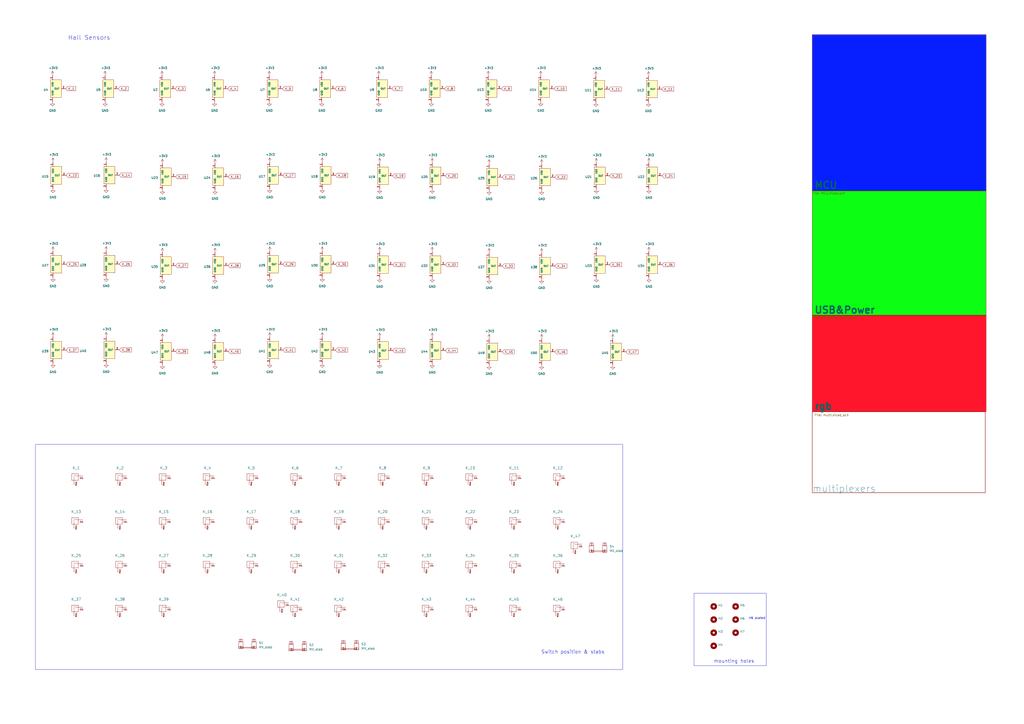
<source format=kicad_sch>
(kicad_sch (version 20230121) (generator eeschema)
  (paper "A2")
  (rectangle (start 402.59 344.17) (end 444.5 386.08))
  (rectangle (start 20.574 257.81) (end 361.188 388.366))
  (text "Switch position & stabs\n" (at 313.944 379.476 0) (effects (font (size 2 2)) (justify left bottom)))
  (text "Hall Sensors" (at 39.37 23.495 0) (effects (font (size 2.54 2.54)) (justify left bottom)))
  (text "mounting holes" (at 414.02 384.81 0) (effects (font (size 2 2)) (justify left bottom)))
  (text "H6 plated" (at 434.34 359.41 0) (effects (font (size 1.27 1.27)) (justify left bottom)))
  (global_label "K_44" (shape input) (at 258.318 203.327 0) (property "Intersheetrefs" "${INTERSHEET_REFS}" (effects hide)))
  (global_label "K_9" (shape input) (at 290.83 51.435 0) (property "Intersheetrefs" "${INTERSHEET_REFS}" (effects hide)))
  (global_label "K_6" (shape input) (at 194.31 51.435 0) (property "Intersheetrefs" "${INTERSHEET_REFS}" (effects hide)))
  (global_label "K_16" (shape input) (at 132.334 102.489 0) (property "Intersheetrefs" "${INTERSHEET_REFS}" (effects hide)))
  (global_label "K_38" (shape input) (at 69.215 202.946 0) (property "Intersheetrefs" "${INTERSHEET_REFS}" (effects hide)))
  (global_label "K_4" (shape input) (at 132.08 51.435 0) (property "Intersheetrefs" "${INTERSHEET_REFS}" (effects hide)))
  (global_label "K_24" (shape input) (at 384.048 101.981 0) (property "Intersheetrefs" "${INTERSHEET_REFS}" (effects hide)))
  (global_label "K_25" (shape input) (at 38.354 153.289 0) (property "Intersheetrefs" "${INTERSHEET_REFS}" (effects hide)))
  (global_label "K_47" (shape input) (at 363.093 204.089 0) (property "Intersheetrefs" "${INTERSHEET_REFS}" (effects hide)))
  (global_label "K_17" (shape input) (at 164.084 101.727 0) (property "Intersheetrefs" "${INTERSHEET_REFS}" (effects hide)))
  (global_label "K_22" (shape input) (at 321.818 102.743 0) (property "Intersheetrefs" "${INTERSHEET_REFS}" (effects hide)))
  (global_label "K_18" (shape input) (at 194.564 101.727 0) (property "Intersheetrefs" "${INTERSHEET_REFS}" (effects hide)))
  (global_label "K_14" (shape input) (at 69.215 101.6 0) (property "Intersheetrefs" "${INTERSHEET_REFS}" (effects hide)))
  (global_label "K_21" (shape input) (at 291.338 102.743 0) (property "Intersheetrefs" "${INTERSHEET_REFS}" (effects hide)))
  (global_label "K_42" (shape input) (at 194.564 203.073 0) (property "Intersheetrefs" "${INTERSHEET_REFS}" (effects hide)))
  (global_label "K_39" (shape input) (at 101.854 203.835 0) (property "Intersheetrefs" "${INTERSHEET_REFS}" (effects hide)))
  (global_label "K_11" (shape input) (at 353.314 51.689 0) (property "Intersheetrefs" "${INTERSHEET_REFS}" (effects hide)))
  (global_label "K_2" (shape input) (at 68.58 51.435 0) (property "Intersheetrefs" "${INTERSHEET_REFS}" (effects hide)))
  (global_label "K_15" (shape input) (at 101.854 102.489 0) (property "Intersheetrefs" "${INTERSHEET_REFS}" (effects hide)))
  (global_label "K_36" (shape input) (at 384.048 153.543 0) (property "Intersheetrefs" "${INTERSHEET_REFS}" (effects hide)))
  (global_label "K_20" (shape input) (at 258.318 101.981 0) (property "Intersheetrefs" "${INTERSHEET_REFS}" (effects hide)))
  (global_label "K_13" (shape input) (at 38.354 101.727 0) (property "Intersheetrefs" "${INTERSHEET_REFS}" (effects hide)))
  (global_label "K_5" (shape input) (at 163.83 51.435 0) (property "Intersheetrefs" "${INTERSHEET_REFS}" (effects hide)))
  (global_label "K_35" (shape input) (at 353.568 153.543 0) (property "Intersheetrefs" "${INTERSHEET_REFS}" (effects hide)))
  (global_label "K_31" (shape input) (at 227.838 153.543 0) (property "Intersheetrefs" "${INTERSHEET_REFS}" (effects hide)))
  (global_label "K_26" (shape input) (at 69.215 153.162 0) (property "Intersheetrefs" "${INTERSHEET_REFS}" (effects hide)))
  (global_label "K_34" (shape input) (at 321.818 154.305 0) (property "Intersheetrefs" "${INTERSHEET_REFS}" (effects hide)))
  (global_label "K_43" (shape input) (at 227.838 203.327 0) (property "Intersheetrefs" "${INTERSHEET_REFS}" (effects hide)))
  (global_label "K_10" (shape input) (at 321.31 51.435 0) (property "Intersheetrefs" "${INTERSHEET_REFS}" (effects hide)))
  (global_label "K_29" (shape input) (at 164.084 153.289 0) (property "Intersheetrefs" "${INTERSHEET_REFS}" (effects hide)))
  (global_label "K_40" (shape input) (at 132.334 203.835 0) (property "Intersheetrefs" "${INTERSHEET_REFS}" (effects hide)))
  (global_label "K_12" (shape input) (at 383.794 51.689 0) (property "Intersheetrefs" "${INTERSHEET_REFS}" (effects hide)))
  (global_label "K_37" (shape input) (at 38.354 203.073 0) (property "Intersheetrefs" "${INTERSHEET_REFS}" (effects hide)))
  (global_label "K_32" (shape input) (at 258.318 153.543 0) (property "Intersheetrefs" "${INTERSHEET_REFS}" (effects hide)))
  (global_label "K_33" (shape input) (at 291.338 154.305 0) (property "Intersheetrefs" "${INTERSHEET_REFS}" (effects hide)))
  (global_label "K_45" (shape input) (at 291.338 204.089 0) (property "Intersheetrefs" "${INTERSHEET_REFS}" (effects hide)))
  (global_label "K_7" (shape input) (at 227.33 51.435 0) (property "Intersheetrefs" "${INTERSHEET_REFS}" (effects hide)))
  (global_label "K_23" (shape input) (at 353.568 101.981 0) (property "Intersheetrefs" "${INTERSHEET_REFS}" (effects hide)))
  (global_label "K_28" (shape input) (at 132.334 154.051 0) (property "Intersheetrefs" "${INTERSHEET_REFS}" (effects hide)))
  (global_label "K_27" (shape input) (at 101.854 154.051 0) (property "Intersheetrefs" "${INTERSHEET_REFS}" (effects hide)))
  (global_label "K_30" (shape input) (at 194.564 153.289 0) (property "Intersheetrefs" "${INTERSHEET_REFS}" (effects hide)))
  (global_label "K_1" (shape input) (at 38.1 51.435 0) (property "Intersheetrefs" "${INTERSHEET_REFS}" (effects hide)))
  (global_label "K_3" (shape input) (at 101.6 51.435 0) (property "Intersheetrefs" "${INTERSHEET_REFS}" (effects hide)))
  (global_label "K_8" (shape input) (at 257.81 51.435 0) (property "Intersheetrefs" "${INTERSHEET_REFS}" (effects hide)))
  (global_label "K_41" (shape input) (at 164.084 203.073 0) (property "Intersheetrefs" "${INTERSHEET_REFS}" (effects hide)))
  (global_label "K_19" (shape input) (at 227.838 101.981 0) (property "Intersheetrefs" "${INTERSHEET_REFS}" (effects hide)))
  (global_label "K_46" (shape input) (at 321.818 204.089 0) (property "Intersheetrefs" "${INTERSHEET_REFS}" (effects hide)))
  (symbol (lib_id "PCM_marbastlib-mx:MX_stab") (at 172.72 374.904 0) (unit 1)
    (property "Reference" "S2" (at 179.324 374.142 0) (effects (justify left)))
    (property "Value" "MX_stab" (at 179.324 376.682 0) (effects (justify left)))
    (property "Footprint" "PCM_marbastlib-mx:STAB_MX_6.25u" (effects hide))
  )
  (symbol (lib_id "power:+3V3") (at 30.734 195.453 0) (unit 1)
    (property "Reference" "#PWR0188" (effects hide))
    (property "Value" "+3V3" (at 31.115 191.0588 0))
  )
  (symbol (lib_id "power:GND") (at 345.948 109.601 0) (unit 1)
    (property "Reference" "#PWR0128" (effects hide))
    (property "Value" "GND" (at 345.948 114.681 0))
  )
  (symbol (lib_id "49e:Hall_Sensor") (at 33.274 203.073 0) (unit 1)
    (property "Reference" "U39" (at 28.194 203.708 0) (effects (justify right)))
    (property "Value" "SLSS49E-3" (effects hide))
    (property "Footprint" "Package_TO_SOT_SMD:SOT-23" (effects hide))
    (property "Datasheet" "https://datasheet.lcsc.com/lcsc/2110081930_Slkor-SLKORMICRO-Elec--SLSS49E-3_C2904393.pdf" (effects hide))
    (property "LCSC Part" "C2904393" (effects hide))
    (property "LCSC" "C2904393" (effects hide))
  )
  (symbol (lib_id "MX_Alps_Hybrid:MX-NoLED") (at 171.196 277.368 0) (unit 1)
    (property "Reference" "K_6" (at 171.196 271.4498 0) (effects (font (size 1.524 1.524))))
    (property "Value" "KEYSW" (effects hide))
    (property "Footprint" "Moonpad:Wooting_1.00u" (effects hide))
  )
  (symbol (lib_id "MX_Alps_Hybrid:MX-NoLED") (at 247.396 353.568 0) (unit 1)
    (property "Reference" "K_43" (at 247.396 347.6498 0) (effects (font (size 1.524 1.524))))
    (property "Value" "KEYSW" (effects hide))
    (property "Footprint" "Moonpad:Wooting_1.00u" (effects hide))
  )
  (symbol (lib_id "power:+3V3") (at 186.69 43.815 0) (unit 1)
    (property "Reference" "#PWR061" (effects hide))
    (property "Value" "+3V3" (at 187.071 39.4208 0))
  )
  (symbol (lib_id "power:+3V3") (at 314.198 146.685 0) (unit 1)
    (property "Reference" "#PWR0151" (effects hide))
    (property "Value" "+3V3" (at 314.579 142.2908 0))
  )
  (symbol (lib_id "power:GND") (at 30.734 210.693 0) (unit 1)
    (property "Reference" "#PWR0212" (effects hide))
    (property "Value" "GND" (at 30.734 215.773 0))
  )
  (symbol (lib_id "power:GND") (at 124.714 211.455 0) (unit 1)
    (property "Reference" "#PWR0230" (effects hide))
    (property "Value" "GND" (at 124.714 216.535 0))
  )
  (symbol (lib_id "49e:Hall_Sensor") (at 96.774 203.835 0) (unit 1)
    (property "Reference" "U47" (at 91.694 204.47 0) (effects (justify right)))
    (property "Value" "SLSS49E-3" (effects hide))
    (property "Footprint" "Package_TO_SOT_SMD:SOT-23" (effects hide))
    (property "Datasheet" "https://datasheet.lcsc.com/lcsc/2110081930_Slkor-SLKORMICRO-Elec--SLSS49E-3_C2904393.pdf" (effects hide))
    (property "LCSC Part" "C2904393" (effects hide))
    (property "LCSC" "C2904393" (effects hide))
  )
  (symbol (lib_id "MX_Alps_Hybrid:MX-NoLED") (at 298.196 353.568 0) (unit 1)
    (property "Reference" "K_45" (at 298.196 347.6498 0) (effects (font (size 1.524 1.524))))
    (property "Value" "KEYSW" (effects hide))
    (property "Footprint" "Moonpad:Wooting_1.00u" (effects hide))
  )
  (symbol (lib_id "power:+3V3") (at 219.71 43.815 0) (unit 1)
    (property "Reference" "#PWR068" (effects hide))
    (property "Value" "+3V3" (at 220.091 39.4208 0))
  )
  (symbol (lib_id "MX_Alps_Hybrid:MX-NoLED") (at 272.796 277.368 0) (unit 1)
    (property "Reference" "K_10" (at 272.796 271.4498 0) (effects (font (size 1.524 1.524))))
    (property "Value" "KEYSW" (effects hide))
    (property "Footprint" "Moonpad:Wooting_1.00u" (effects hide))
  )
  (symbol (lib_id "power:+3V3") (at 283.718 95.123 0) (unit 1)
    (property "Reference" "#PWR0102" (effects hide))
    (property "Value" "+3V3" (at 284.099 90.7288 0))
  )
  (symbol (lib_id "49e:Hall_Sensor") (at 286.258 154.305 0) (unit 1)
    (property "Reference" "U37" (at 281.178 154.94 0) (effects (justify right)))
    (property "Value" "SLSS49E-3" (effects hide))
    (property "Footprint" "Package_TO_SOT_SMD:SOT-23" (effects hide))
    (property "Datasheet" "https://datasheet.lcsc.com/lcsc/2110081930_Slkor-SLKORMICRO-Elec--SLSS49E-3_C2904393.pdf" (effects hide))
    (property "LCSC Part" "C2904393" (effects hide))
    (property "LCSC" "C2904393" (effects hide))
  )
  (symbol (lib_id "power:GND") (at 93.98 59.055 0) (unit 1)
    (property "Reference" "#PWR056" (effects hide))
    (property "Value" "GND" (at 93.98 64.135 0))
  )
  (symbol (lib_id "power:+3V3") (at 250.698 145.923 0) (unit 1)
    (property "Reference" "#PWR0145" (effects hide))
    (property "Value" "+3V3" (at 251.079 141.5288 0))
  )
  (symbol (lib_id "49e:Hall_Sensor") (at 378.968 153.543 0) (unit 1)
    (property "Reference" "U34" (at 373.888 154.178 0) (effects (justify right)))
    (property "Value" "SLSS49E-3" (effects hide))
    (property "Footprint" "Package_TO_SOT_SMD:SOT-23" (effects hide))
    (property "Datasheet" "https://datasheet.lcsc.com/lcsc/2110081930_Slkor-SLKORMICRO-Elec--SLSS49E-3_C2904393.pdf" (effects hide))
    (property "LCSC Part" "C2904393" (effects hide))
    (property "LCSC" "C2904393" (effects hide))
  )
  (symbol (lib_id "MX_Alps_Hybrid:MX-NoLED") (at 171.196 302.768 0) (unit 1)
    (property "Reference" "K_18" (at 171.196 296.8498 0) (effects (font (size 1.524 1.524))))
    (property "Value" "KEYSW" (effects hide))
    (property "Footprint" "Moonpad:Wooting_1.00u" (effects hide))
  )
  (symbol (lib_id "power:GND") (at 61.595 160.782 0) (unit 1)
    (property "Reference" "#PWR0166" (effects hide))
    (property "Value" "GND" (at 61.595 165.862 0))
  )
  (symbol (lib_id "MX_Alps_Hybrid:MX-NoLED") (at 221.996 302.768 0) (unit 1)
    (property "Reference" "K_20" (at 221.996 296.8498 0) (effects (font (size 1.524 1.524))))
    (property "Value" "KEYSW" (effects hide))
    (property "Footprint" "Moonpad:Wooting_1.00u" (effects hide))
  )
  (symbol (lib_id "49e:Hall_Sensor") (at 253.238 153.543 0) (unit 1)
    (property "Reference" "U32" (at 248.158 154.178 0) (effects (justify right)))
    (property "Value" "SLSS49E-3" (effects hide))
    (property "Footprint" "Package_TO_SOT_SMD:SOT-23" (effects hide))
    (property "Datasheet" "https://datasheet.lcsc.com/lcsc/2110081930_Slkor-SLKORMICRO-Elec--SLSS49E-3_C2904393.pdf" (effects hide))
    (property "LCSC Part" "C2904393" (effects hide))
    (property "LCSC" "C2904393" (effects hide))
  )
  (symbol (lib_id "power:GND") (at 314.198 211.709 0) (unit 1)
    (property "Reference" "#PWR0234" (effects hide))
    (property "Value" "GND" (at 314.198 216.789 0))
  )
  (symbol (lib_id "power:GND") (at 355.473 211.709 0) (unit 1)
    (property "Reference" "#PWR0206" (effects hide))
    (property "Value" "GND" (at 355.473 216.789 0))
  )
  (symbol (lib_id "power:GND") (at 283.21 59.055 0) (unit 1)
    (property "Reference" "#PWR088" (effects hide))
    (property "Value" "GND" (at 283.21 64.135 0))
  )
  (symbol (lib_id "power:+3V3") (at 283.21 43.815 0) (unit 1)
    (property "Reference" "#PWR072" (effects hide))
    (property "Value" "+3V3" (at 283.591 39.4208 0))
  )
  (symbol (lib_id "power:+3V3") (at 250.698 94.361 0) (unit 1)
    (property "Reference" "#PWR097" (effects hide))
    (property "Value" "+3V3" (at 251.079 89.9668 0))
  )
  (symbol (lib_id "power:+3V3") (at 220.218 195.707 0) (unit 1)
    (property "Reference" "#PWR0192" (effects hide))
    (property "Value" "+3V3" (at 220.599 191.3128 0))
  )
  (symbol (lib_id "power:+3V3") (at 220.218 94.361 0) (unit 1)
    (property "Reference" "#PWR096" (effects hide))
    (property "Value" "+3V3" (at 220.599 89.9668 0))
  )
  (symbol (lib_id "power:GND") (at 124.46 59.055 0) (unit 1)
    (property "Reference" "#PWR058" (effects hide))
    (property "Value" "GND" (at 124.46 64.135 0))
  )
  (symbol (lib_id "MX_Alps_Hybrid:MX-NoLED") (at 323.596 328.168 0) (unit 1)
    (property "Reference" "K_36" (at 323.596 322.2498 0) (effects (font (size 1.524 1.524))))
    (property "Value" "KEYSW" (effects hide))
    (property "Footprint" "Moonpad:Wooting_1.00u" (effects hide))
  )
  (symbol (lib_id "49e:Hall_Sensor") (at 222.758 101.981 0) (unit 1)
    (property "Reference" "U19" (at 217.678 102.616 0) (effects (justify right)))
    (property "Value" "SLSS49E-3" (effects hide))
    (property "Footprint" "Package_TO_SOT_SMD:SOT-23" (effects hide))
    (property "Datasheet" "https://datasheet.lcsc.com/lcsc/2110081930_Slkor-SLKORMICRO-Elec--SLSS49E-3_C2904393.pdf" (effects hide))
    (property "LCSC Part" "C2904393" (effects hide))
    (property "LCSC" "C2904393" (effects hide))
  )
  (symbol (lib_id "power:+3V3") (at 314.198 95.123 0) (unit 1)
    (property "Reference" "#PWR0103" (effects hide))
    (property "Value" "+3V3" (at 314.579 90.7288 0))
  )
  (symbol (lib_id "49e:Hall_Sensor") (at 378.714 51.689 0) (unit 1)
    (property "Reference" "U12" (at 373.634 52.324 0) (effects (justify right)))
    (property "Value" "SLSS49E-3" (effects hide))
    (property "Footprint" "Package_TO_SOT_SMD:SOT-23" (effects hide))
    (property "Datasheet" "https://datasheet.lcsc.com/lcsc/2110081930_Slkor-SLKORMICRO-Elec--SLSS49E-3_C2904393.pdf" (effects hide))
    (property "LCSC Part" "C2904393" (effects hide))
    (property "LCSC" "C2904393" (effects hide))
  )
  (symbol (lib_id "power:+3V3") (at 61.595 145.542 0) (unit 1)
    (property "Reference" "#PWR0141" (effects hide))
    (property "Value" "+3V3" (at 61.976 141.1478 0))
  )
  (symbol (lib_id "power:+3V3") (at 124.46 43.815 0) (unit 1)
    (property "Reference" "#PWR053" (effects hide))
    (property "Value" "+3V3" (at 124.841 39.4208 0))
  )
  (symbol (lib_id "power:+3V3") (at 186.944 195.453 0) (unit 1)
    (property "Reference" "#PWR0191" (effects hide))
    (property "Value" "+3V3" (at 187.325 191.0588 0))
  )
  (symbol (lib_id "MX_Alps_Hybrid:MX-NoLED") (at 94.996 277.368 0) (unit 1)
    (property "Reference" "K_3" (at 94.996 271.4498 0) (effects (font (size 1.524 1.524))))
    (property "Value" "KEYSW" (effects hide))
    (property "Footprint" "Moonpad:Wooting_1.00u" (effects hide))
  )
  (symbol (lib_id "MX_Alps_Hybrid:MX-NoLED") (at 298.196 328.168 0) (unit 1)
    (property "Reference" "K_35" (at 298.196 322.2498 0) (effects (font (size 1.524 1.524))))
    (property "Value" "KEYSW" (effects hide))
    (property "Footprint" "Moonpad:Wooting_1.00u" (effects hide))
  )
  (symbol (lib_id "49e:Hall_Sensor") (at 127 51.435 0) (unit 1)
    (property "Reference" "U6" (at 121.92 52.07 0) (effects (justify right)))
    (property "Value" "SLSS49E-3" (effects hide))
    (property "Footprint" "Package_TO_SOT_SMD:SOT-23" (effects hide))
    (property "Datasheet" "https://datasheet.lcsc.com/lcsc/2110081930_Slkor-SLKORMICRO-Elec--SLSS49E-3_C2904393.pdf" (effects hide))
    (property "LCSC Part" "C2904393" (effects hide))
    (property "LCSC" "C2904393" (effects hide))
  )
  (symbol (lib_id "49e:Hall_Sensor") (at 286.258 204.089 0) (unit 1)
    (property "Reference" "U49" (at 281.178 204.724 0) (effects (justify right)))
    (property "Value" "SLSS49E-3" (effects hide))
    (property "Footprint" "Package_TO_SOT_SMD:SOT-23" (effects hide))
    (property "Datasheet" "https://datasheet.lcsc.com/lcsc/2110081930_Slkor-SLKORMICRO-Elec--SLSS49E-3_C2904393.pdf" (effects hide))
    (property "LCSC Part" "C2904393" (effects hide))
    (property "LCSC" "C2904393" (effects hide))
  )
  (symbol (lib_id "MX_Alps_Hybrid:MX-NoLED") (at 272.796 302.768 0) (unit 1)
    (property "Reference" "K_22" (at 272.796 296.8498 0) (effects (font (size 1.524 1.524))))
    (property "Value" "KEYSW" (effects hide))
    (property "Footprint" "Moonpad:Wooting_1.00u" (effects hide))
  )
  (symbol (lib_id "MX_Alps_Hybrid:MX-NoLED") (at 94.996 353.568 0) (unit 1)
    (property "Reference" "K_39" (at 94.996 347.6498 0) (effects (font (size 1.524 1.524))))
    (property "Value" "KEYSW" (effects hide))
    (property "Footprint" "Moonpad:Wooting_1.00u" (effects hide))
  )
  (symbol (lib_id "Mechanical:MountingHole") (at 426.72 351.79 0) (unit 1)
    (property "Reference" "H5" (at 429.26 351.155 0) (effects (justify left)))
    (property "Value" "MountingHole" (effects hide))
    (property "Footprint" "Moonpad:MountingHole_2.2mm_M2" (effects hide))
  )
  (symbol (lib_id "power:GND") (at 283.718 161.925 0) (unit 1)
    (property "Reference" "#PWR0184" (effects hide))
    (property "Value" "GND" (at 283.718 167.005 0))
  )
  (symbol (lib_id "power:GND") (at 186.944 109.347 0) (unit 1)
    (property "Reference" "#PWR0122" (effects hide))
    (property "Value" "GND" (at 186.944 114.427 0))
  )
  (symbol (lib_id "power:+3V3") (at 283.718 196.469 0) (unit 1)
    (property "Reference" "#PWR0198" (effects hide))
    (property "Value" "+3V3" (at 284.099 192.0748 0))
  )
  (symbol (lib_id "49e:Hall_Sensor") (at 348.488 101.981 0) (unit 1)
    (property "Reference" "U21" (at 343.408 102.616 0) (effects (justify right)))
    (property "Value" "SLSS49E-3" (effects hide))
    (property "Footprint" "Package_TO_SOT_SMD:SOT-23" (effects hide))
    (property "Datasheet" "https://datasheet.lcsc.com/lcsc/2110081930_Slkor-SLKORMICRO-Elec--SLSS49E-3_C2904393.pdf" (effects hide))
    (property "LCSC Part" "C2904393" (effects hide))
    (property "LCSC" "C2904393" (effects hide))
  )
  (symbol (lib_id "power:+3V3") (at 376.174 44.069 0) (unit 1)
    (property "Reference" "#PWR071" (effects hide))
    (property "Value" "+3V3" (at 376.555 39.6748 0))
  )
  (symbol (lib_id "MX_Alps_Hybrid:MX-NoLED") (at 145.796 302.768 0) (unit 1)
    (property "Reference" "K_17" (at 145.796 296.8498 0) (effects (font (size 1.524 1.524))))
    (property "Value" "KEYSW" (effects hide))
    (property "Footprint" "Moonpad:Wooting_1.00u" (effects hide))
  )
  (symbol (lib_id "49e:Hall_Sensor") (at 127.254 154.051 0) (unit 1)
    (property "Reference" "U36" (at 122.174 154.686 0) (effects (justify right)))
    (property "Value" "SLSS49E-3" (effects hide))
    (property "Footprint" "Package_TO_SOT_SMD:SOT-23" (effects hide))
    (property "Datasheet" "https://datasheet.lcsc.com/lcsc/2110081930_Slkor-SLKORMICRO-Elec--SLSS49E-3_C2904393.pdf" (effects hide))
    (property "LCSC Part" "C2904393" (effects hide))
    (property "LCSC" "C2904393" (effects hide))
  )
  (symbol (lib_id "power:+3V3") (at 30.734 94.107 0) (unit 1)
    (property "Reference" "#PWR092" (effects hide))
    (property "Value" "+3V3" (at 31.115 89.7128 0))
  )
  (symbol (lib_id "49e:Hall_Sensor") (at 316.738 154.305 0) (unit 1)
    (property "Reference" "U38" (at 311.658 154.94 0) (effects (justify right)))
    (property "Value" "SLSS49E-3" (effects hide))
    (property "Footprint" "Package_TO_SOT_SMD:SOT-23" (effects hide))
    (property "Datasheet" "https://datasheet.lcsc.com/lcsc/2110081930_Slkor-SLKORMICRO-Elec--SLSS49E-3_C2904393.pdf" (effects hide))
    (property "LCSC Part" "C2904393" (effects hide))
    (property "LCSC" "C2904393" (effects hide))
  )
  (symbol (lib_id "49e:Hall_Sensor") (at 96.52 51.435 0) (unit 1)
    (property "Reference" "U2" (at 91.44 52.07 0) (effects (justify right)))
    (property "Value" "SLSS49E-3" (effects hide))
    (property "Footprint" "Package_TO_SOT_SMD:SOT-23" (effects hide))
    (property "Datasheet" "https://datasheet.lcsc.com/lcsc/2110081930_Slkor-SLKORMICRO-Elec--SLSS49E-3_C2904393.pdf" (effects hide))
    (property "LCSC Part" "C2904393" (effects hide))
    (property "LCSC" "C2904393" (effects hide))
  )
  (symbol (lib_id "49e:Hall_Sensor") (at 33.274 153.289 0) (unit 1)
    (property "Reference" "U27" (at 28.194 153.924 0) (effects (justify right)))
    (property "Value" "SLSS49E-3" (effects hide))
    (property "Footprint" "Package_TO_SOT_SMD:SOT-23" (effects hide))
    (property "Datasheet" "https://datasheet.lcsc.com/lcsc/2110081930_Slkor-SLKORMICRO-Elec--SLSS49E-3_C2904393.pdf" (effects hide))
    (property "LCSC Part" "C2904393" (effects hide))
    (property "LCSC" "C2904393" (effects hide))
  )
  (symbol (lib_id "MX_Alps_Hybrid:MX-NoLED") (at 120.396 302.768 0) (unit 1)
    (property "Reference" "K_16" (at 120.396 296.8498 0) (effects (font (size 1.524 1.524))))
    (property "Value" "KEYSW" (effects hide))
    (property "Footprint" "Moonpad:Wooting_1.00u" (effects hide))
  )
  (symbol (lib_id "49e:Hall_Sensor") (at 63.5 51.435 0) (unit 1)
    (property "Reference" "U5" (at 58.42 52.07 0) (effects (justify right)))
    (property "Value" "SLSS49E-3" (effects hide))
    (property "Footprint" "Package_TO_SOT_SMD:SOT-23" (effects hide))
    (property "Datasheet" "https://datasheet.lcsc.com/lcsc/2110081930_Slkor-SLKORMICRO-Elec--SLSS49E-3_C2904393.pdf" (effects hide))
    (property "LCSC Part" "C2904393" (effects hide))
    (property "LCSC" "C2904393" (effects hide))
  )
  (symbol (lib_id "MX_Alps_Hybrid:MX-NoLED") (at 196.596 353.568 0) (unit 1)
    (property "Reference" "K_42" (at 196.596 347.6498 0) (effects (font (size 1.524 1.524))))
    (property "Value" "KEYSW" (effects hide))
    (property "Footprint" "Moonpad:Wooting_1.00u" (effects hide))
  )
  (symbol (lib_id "power:GND") (at 376.428 161.163 0) (unit 1)
    (property "Reference" "#PWR0178" (effects hide))
    (property "Value" "GND" (at 376.428 166.243 0))
  )
  (symbol (lib_id "power:+3V3") (at 94.234 196.215 0) (unit 1)
    (property "Reference" "#PWR0196" (effects hide))
    (property "Value" "+3V3" (at 94.615 191.8208 0))
  )
  (symbol (lib_id "power:+3V3") (at 61.595 195.326 0) (unit 1)
    (property "Reference" "#PWR0189" (effects hide))
    (property "Value" "+3V3" (at 61.976 190.9318 0))
  )
  (symbol (lib_id "49e:Hall_Sensor") (at 96.774 154.051 0) (unit 1)
    (property "Reference" "U35" (at 91.694 154.686 0) (effects (justify right)))
    (property "Value" "SLSS49E-3" (effects hide))
    (property "Footprint" "Package_TO_SOT_SMD:SOT-23" (effects hide))
    (property "Datasheet" "https://datasheet.lcsc.com/lcsc/2110081930_Slkor-SLKORMICRO-Elec--SLSS49E-3_C2904393.pdf" (effects hide))
    (property "LCSC Part" "C2904393" (effects hide))
    (property "LCSC" "C2904393" (effects hide))
  )
  (symbol (lib_id "49e:Hall_Sensor") (at 189.23 51.435 0) (unit 1)
    (property "Reference" "U8" (at 184.15 52.07 0) (effects (justify right)))
    (property "Value" "SLSS49E-3" (effects hide))
    (property "Footprint" "Package_TO_SOT_SMD:SOT-23" (effects hide))
    (property "Datasheet" "https://datasheet.lcsc.com/lcsc/2110081930_Slkor-SLKORMICRO-Elec--SLSS49E-3_C2904393.pdf" (effects hide))
    (property "LCSC Part" "C2904393" (effects hide))
    (property "LCSC" "C2904393" (effects hide))
  )
  (symbol (lib_id "power:+3V3") (at 156.464 195.453 0) (unit 1)
    (property "Reference" "#PWR0190" (effects hide))
    (property "Value" "+3V3" (at 156.845 191.0588 0))
  )
  (symbol (lib_id "power:GND") (at 250.698 161.163 0) (unit 1)
    (property "Reference" "#PWR0174" (effects hide))
    (property "Value" "GND" (at 250.698 166.243 0))
  )
  (symbol (lib_id "MX_Alps_Hybrid:MX-NoLED") (at 272.796 353.568 0) (unit 1)
    (property "Reference" "K_44" (at 272.796 347.6498 0) (effects (font (size 1.524 1.524))))
    (property "Value" "KEYSW" (effects hide))
    (property "Footprint" "Moonpad:Wooting_1.00u" (effects hide))
  )
  (symbol (lib_id "power:+3V3") (at 124.714 146.431 0) (unit 1)
    (property "Reference" "#PWR0149" (effects hide))
    (property "Value" "+3V3" (at 125.095 142.0368 0))
  )
  (symbol (lib_id "49e:Hall_Sensor") (at 252.73 51.435 0) (unit 1)
    (property "Reference" "U10" (at 247.65 52.07 0) (effects (justify right)))
    (property "Value" "SLSS49E-3" (effects hide))
    (property "Footprint" "Package_TO_SOT_SMD:SOT-23" (effects hide))
    (property "Datasheet" "https://datasheet.lcsc.com/lcsc/2110081930_Slkor-SLKORMICRO-Elec--SLSS49E-3_C2904393.pdf" (effects hide))
    (property "LCSC Part" "C2904393" (effects hide))
    (property "LCSC" "C2904393" (effects hide))
  )
  (symbol (lib_id "MX_Alps_Hybrid:MX-NoLED") (at 145.796 328.168 0) (unit 1)
    (property "Reference" "K_29" (at 145.796 322.2498 0) (effects (font (size 1.524 1.524))))
    (property "Value" "KEYSW" (effects hide))
    (property "Footprint" "Moonpad:Wooting_1.00u" (effects hide))
  )
  (symbol (lib_id "power:GND") (at 94.234 161.671 0) (unit 1)
    (property "Reference" "#PWR0180" (effects hide))
    (property "Value" "GND" (at 94.234 166.751 0))
  )
  (symbol (lib_id "MX_Alps_Hybrid:MX-NoLED") (at 221.996 277.368 0) (unit 1)
    (property "Reference" "K_8" (at 221.996 271.4498 0) (effects (font (size 1.524 1.524))))
    (property "Value" "KEYSW" (effects hide))
    (property "Footprint" "Moonpad:Wooting_1.00u" (effects hide))
  )
  (symbol (lib_id "MX_Alps_Hybrid:MX-NoLED") (at 44.196 353.568 0) (unit 1)
    (property "Reference" "K_37" (at 44.196 347.6498 0) (effects (font (size 1.524 1.524))))
    (property "Value" "KEYSW" (effects hide))
    (property "Footprint" "Moonpad:Wooting_1.00u" (effects hide))
  )
  (symbol (lib_id "power:+3V3") (at 156.464 145.669 0) (unit 1)
    (property "Reference" "#PWR0142" (effects hide))
    (property "Value" "+3V3" (at 156.845 141.2748 0))
  )
  (symbol (lib_id "MX_Alps_Hybrid:MX-NoLED") (at 69.596 353.568 0) (unit 1)
    (property "Reference" "K_38" (at 69.596 347.6498 0) (effects (font (size 1.524 1.524))))
    (property "Value" "KEYSW" (effects hide))
    (property "Footprint" "Moonpad:Wooting_1.00u" (effects hide))
  )
  (symbol (lib_id "MX_Alps_Hybrid:MX-NoLED") (at 333.756 316.992 0) (unit 1)
    (property "Reference" "K_47" (at 333.756 311.0738 0) (effects (font (size 1.524 1.524))))
    (property "Value" "KEYSW" (effects hide))
    (property "Footprint" "Moonpad:Wooting_1.00u" (effects hide))
  )
  (symbol (lib_id "power:GND") (at 220.218 210.947 0) (unit 1)
    (property "Reference" "#PWR0220" (effects hide))
    (property "Value" "GND" (at 220.218 216.027 0))
  )
  (symbol (lib_id "power:GND") (at 30.734 109.347 0) (unit 1)
    (property "Reference" "#PWR0116" (effects hide))
    (property "Value" "GND" (at 30.734 114.427 0))
  )
  (symbol (lib_id "PCM_marbastlib-mx:MX_stab") (at 346.964 317.754 0) (unit 1)
    (property "Reference" "S4" (at 353.568 316.992 0) (effects (justify left)))
    (property "Value" "MX_stab" (at 353.568 319.532 0) (effects (justify left)))
    (property "Footprint" "PCM_marbastlib-mx:STAB_MX_ISO-ROT" (effects hide))
  )
  (symbol (lib_id "power:GND") (at 376.428 109.601 0) (unit 1)
    (property "Reference" "#PWR0130" (effects hide))
    (property "Value" "GND" (at 376.428 114.681 0))
  )
  (symbol (lib_id "power:+3V3") (at 283.718 146.685 0) (unit 1)
    (property "Reference" "#PWR0150" (effects hide))
    (property "Value" "+3V3" (at 284.099 142.2908 0))
  )
  (symbol (lib_id "power:+3V3") (at 93.98 43.815 0) (unit 1)
    (property "Reference" "#PWR052" (effects hide))
    (property "Value" "+3V3" (at 94.361 39.4208 0))
  )
  (symbol (lib_id "49e:Hall_Sensor") (at 222.25 51.435 0) (unit 1)
    (property "Reference" "U9" (at 217.17 52.07 0) (effects (justify right)))
    (property "Value" "SLSS49E-3" (effects hide))
    (property "Footprint" "Package_TO_SOT_SMD:SOT-23" (effects hide))
    (property "Datasheet" "https://datasheet.lcsc.com/lcsc/2110081930_Slkor-SLKORMICRO-Elec--SLSS49E-3_C2904393.pdf" (effects hide))
    (property "LCSC Part" "C2904393" (effects hide))
    (property "LCSC" "C2904393" (effects hide))
  )
  (symbol (lib_id "power:+3V3") (at 30.48 43.815 0) (unit 1)
    (property "Reference" "#PWR07" (effects hide))
    (property "Value" "+3V3" (at 30.861 39.4208 0))
  )
  (symbol (lib_id "power:+3V3") (at 156.464 94.107 0) (unit 1)
    (property "Reference" "#PWR094" (effects hide))
    (property "Value" "+3V3" (at 156.845 89.7128 0))
  )
  (symbol (lib_id "power:GND") (at 314.198 161.925 0) (unit 1)
    (property "Reference" "#PWR0186" (effects hide))
    (property "Value" "GND" (at 314.198 167.005 0))
  )
  (symbol (lib_id "MX_Alps_Hybrid:MX-NoLED") (at 247.396 302.768 0) (unit 1)
    (property "Reference" "K_21" (at 247.396 296.8498 0) (effects (font (size 1.524 1.524))))
    (property "Value" "KEYSW" (effects hide))
    (property "Footprint" "Moonpad:Wooting_1.00u" (effects hide))
  )
  (symbol (lib_id "power:GND") (at 186.69 59.055 0) (unit 1)
    (property "Reference" "#PWR066" (effects hide))
    (property "Value" "GND" (at 186.69 64.135 0))
  )
  (symbol (lib_id "power:GND") (at 250.19 59.055 0) (unit 1)
    (property "Reference" "#PWR082" (effects hide))
    (property "Value" "GND" (at 250.19 64.135 0))
  )
  (symbol (lib_id "49e:Hall_Sensor") (at 64.135 202.946 0) (unit 1)
    (property "Reference" "U40" (at 50.165 203.581 0) (effects (justify right)))
    (property "Value" "SLSS49E-3" (effects hide))
    (property "Footprint" "Package_TO_SOT_SMD:SOT-23" (effects hide))
    (property "Datasheet" "https://datasheet.lcsc.com/lcsc/2110081930_Slkor-SLKORMICRO-Elec--SLSS49E-3_C2904393.pdf" (effects hide))
    (property "LCSC Part" "C2904393" (effects hide))
    (property "LCSC" "C2904393" (effects hide))
  )
  (symbol (lib_id "MX_Alps_Hybrid:MX-NoLED") (at 120.396 277.368 0) (unit 1)
    (property "Reference" "K_4" (at 120.396 271.4498 0) (effects (font (size 1.524 1.524))))
    (property "Value" "KEYSW" (effects hide))
    (property "Footprint" "Moonpad:Wooting_1.00u" (effects hide))
  )
  (symbol (lib_id "MX_Alps_Hybrid:MX-NoLED") (at 272.796 328.168 0) (unit 1)
    (property "Reference" "K_34" (at 272.796 322.2498 0) (effects (font (size 1.524 1.524))))
    (property "Value" "KEYSW" (effects hide))
    (property "Footprint" "Moonpad:Wooting_1.00u" (effects hide))
  )
  (symbol (lib_id "power:GND") (at 94.234 211.455 0) (unit 1)
    (property "Reference" "#PWR0228" (effects hide))
    (property "Value" "GND" (at 94.234 216.535 0))
  )
  (symbol (lib_id "49e:Hall_Sensor") (at 33.02 51.435 0) (unit 1)
    (property "Reference" "U4" (at 27.94 52.07 0) (effects (justify right)))
    (property "Value" "SLSS49E-3" (effects hide))
    (property "Footprint" "Package_TO_SOT_SMD:SOT-23" (effects hide))
    (property "Datasheet" "https://datasheet.lcsc.com/lcsc/2110081930_Slkor-SLKORMICRO-Elec--SLSS49E-3_C2904393.pdf" (effects hide))
    (property "LCSC Part" "C2904393" (effects hide))
    (property "LCSC" "C2904393" (effects hide))
  )
  (symbol (lib_id "49e:Hall_Sensor") (at 378.968 101.981 0) (unit 1)
    (property "Reference" "U22" (at 373.888 102.616 0) (effects (justify right)))
    (property "Value" "SLSS49E-3" (effects hide))
    (property "Footprint" "Package_TO_SOT_SMD:SOT-23" (effects hide))
    (property "Datasheet" "https://datasheet.lcsc.com/lcsc/2110081930_Slkor-SLKORMICRO-Elec--SLSS49E-3_C2904393.pdf" (effects hide))
    (property "LCSC Part" "C2904393" (effects hide))
    (property "LCSC" "C2904393" (effects hide))
  )
  (symbol (lib_id "power:+3V3") (at 94.234 94.869 0) (unit 1)
    (property "Reference" "#PWR0100" (effects hide))
    (property "Value" "+3V3" (at 94.615 90.4748 0))
  )
  (symbol (lib_id "49e:Hall_Sensor") (at 189.484 153.289 0) (unit 1)
    (property "Reference" "U30" (at 184.404 153.924 0) (effects (justify right)))
    (property "Value" "SLSS49E-3" (effects hide))
    (property "Footprint" "Package_TO_SOT_SMD:SOT-23" (effects hide))
    (property "Datasheet" "https://datasheet.lcsc.com/lcsc/2110081930_Slkor-SLKORMICRO-Elec--SLSS49E-3_C2904393.pdf" (effects hide))
    (property "LCSC Part" "C2904393" (effects hide))
    (property "LCSC" "C2904393" (effects hide))
  )
  (symbol (lib_id "Mechanical:MountingHole") (at 414.02 351.79 0) (unit 1)
    (property "Reference" "H1" (at 416.56 351.155 0) (effects (justify left)))
    (property "Value" "MountingHole" (effects hide))
    (property "Footprint" "Moonpad:MountingHole_2.2mm_M2" (effects hide))
  )
  (symbol (lib_id "MX_Alps_Hybrid:MX-NoLED") (at 196.596 302.768 0) (unit 1)
    (property "Reference" "K_19" (at 196.596 296.8498 0) (effects (font (size 1.524 1.524))))
    (property "Value" "KEYSW" (effects hide))
    (property "Footprint" "Moonpad:Wooting_1.00u" (effects hide))
  )
  (symbol (lib_id "power:+3V3") (at 186.944 145.669 0) (unit 1)
    (property "Reference" "#PWR0143" (effects hide))
    (property "Value" "+3V3" (at 187.325 141.2748 0))
  )
  (symbol (lib_id "49e:Hall_Sensor") (at 348.234 51.689 0) (unit 1)
    (property "Reference" "U11" (at 343.154 52.324 0) (effects (justify right)))
    (property "Value" "SLSS49E-3" (effects hide))
    (property "Footprint" "Package_TO_SOT_SMD:SOT-23" (effects hide))
    (property "Datasheet" "https://datasheet.lcsc.com/lcsc/2110081930_Slkor-SLKORMICRO-Elec--SLSS49E-3_C2904393.pdf" (effects hide))
    (property "LCSC Part" "C2904393" (effects hide))
    (property "LCSC" "C2904393" (effects hide))
  )
  (symbol (lib_id "power:GND") (at 124.714 161.671 0) (unit 1)
    (property "Reference" "#PWR0182" (effects hide))
    (property "Value" "GND" (at 124.714 166.751 0))
  )
  (symbol (lib_id "power:GND") (at 313.69 59.055 0) (unit 1)
    (property "Reference" "#PWR090" (effects hide))
    (property "Value" "GND" (at 313.69 64.135 0))
  )
  (symbol (lib_id "power:GND") (at 156.464 210.693 0) (unit 1)
    (property "Reference" "#PWR0216" (effects hide))
    (property "Value" "GND" (at 156.464 215.773 0))
  )
  (symbol (lib_id "power:GND") (at 30.734 160.909 0) (unit 1)
    (property "Reference" "#PWR0164" (effects hide))
    (property "Value" "GND" (at 30.734 165.989 0))
  )
  (symbol (lib_id "Mechanical:MountingHole") (at 414.02 359.41 0) (unit 1)
    (property "Reference" "H2" (at 416.56 358.775 0) (effects (justify left)))
    (property "Value" "MountingHole" (effects hide))
    (property "Footprint" "Moonpad:MountingHole_2.2mm_M2" (effects hide))
  )
  (symbol (lib_id "MX_Alps_Hybrid:MX-NoLED") (at 196.596 328.168 0) (unit 1)
    (property "Reference" "K_31" (at 196.596 322.2498 0) (effects (font (size 1.524 1.524))))
    (property "Value" "KEYSW" (effects hide))
    (property "Footprint" "Moonpad:Wooting_1.00u" (effects hide))
  )
  (symbol (lib_id "power:+3V3") (at 94.234 146.431 0) (unit 1)
    (property "Reference" "#PWR0148" (effects hide))
    (property "Value" "+3V3" (at 94.615 142.0368 0))
  )
  (symbol (lib_id "power:GND") (at 250.698 109.601 0) (unit 1)
    (property "Reference" "#PWR0126" (effects hide))
    (property "Value" "GND" (at 250.698 114.681 0))
  )
  (symbol (lib_id "49e:Hall_Sensor") (at 158.75 51.435 0) (unit 1)
    (property "Reference" "U7" (at 153.67 52.07 0) (effects (justify right)))
    (property "Value" "SLSS49E-3" (effects hide))
    (property "Footprint" "Package_TO_SOT_SMD:SOT-23" (effects hide))
    (property "Datasheet" "https://datasheet.lcsc.com/lcsc/2110081930_Slkor-SLKORMICRO-Elec--SLSS49E-3_C2904393.pdf" (effects hide))
    (property "LCSC Part" "C2904393" (effects hide))
    (property "LCSC" "C2904393" (effects hide))
  )
  (symbol (lib_id "49e:Hall_Sensor") (at 189.484 203.073 0) (unit 1)
    (property "Reference" "U42" (at 184.404 203.708 0) (effects (justify right)))
    (property "Value" "SLSS49E-3" (effects hide))
    (property "Footprint" "Package_TO_SOT_SMD:SOT-23" (effects hide))
    (property "Datasheet" "https://datasheet.lcsc.com/lcsc/2110081930_Slkor-SLKORMICRO-Elec--SLSS49E-3_C2904393.pdf" (effects hide))
    (property "LCSC Part" "C2904393" (effects hide))
    (property "LCSC" "C2904393" (effects hide))
  )
  (symbol (lib_id "power:GND") (at 186.944 210.693 0) (unit 1)
    (property "Reference" "#PWR0218" (effects hide))
    (property "Value" "GND" (at 186.944 215.773 0))
  )
  (symbol (lib_id "power:+3V3") (at 313.69 43.815 0) (unit 1)
    (property "Reference" "#PWR073" (effects hide))
    (property "Value" "+3V3" (at 314.071 39.4208 0))
  )
  (symbol (lib_id "49e:Hall_Sensor") (at 222.758 153.543 0) (unit 1)
    (property "Reference" "U31" (at 217.678 154.178 0) (effects (justify right)))
    (property "Value" "SLSS49E-3" (effects hide))
    (property "Footprint" "Package_TO_SOT_SMD:SOT-23" (effects hide))
    (property "Datasheet" "https://datasheet.lcsc.com/lcsc/2110081930_Slkor-SLKORMICRO-Elec--SLSS49E-3_C2904393.pdf" (effects hide))
    (property "LCSC Part" "C2904393" (effects hide))
    (property "LCSC" "C2904393" (effects hide))
  )
  (symbol (lib_id "Mechanical:MountingHole") (at 414.02 367.03 0) (unit 1)
    (property "Reference" "H3" (at 416.56 366.395 0) (effects (justify left)))
    (property "Value" "MountingHole" (effects hide))
    (property "Footprint" "Moonpad:MountingHole_2.2mm_M2" (effects hide))
  )
  (symbol (lib_id "power:+3V3") (at 345.694 44.069 0) (unit 1)
    (property "Reference" "#PWR070" (effects hide))
    (property "Value" "+3V3" (at 346.075 39.6748 0))
  )
  (symbol (lib_id "49e:Hall_Sensor") (at 222.758 203.327 0) (unit 1)
    (property "Reference" "U43" (at 217.678 203.962 0) (effects (justify right)))
    (property "Value" "SLSS49E-3" (effects hide))
    (property "Footprint" "Package_TO_SOT_SMD:SOT-23" (effects hide))
    (property "Datasheet" "https://datasheet.lcsc.com/lcsc/2110081930_Slkor-SLKORMICRO-Elec--SLSS49E-3_C2904393.pdf" (effects hide))
    (property "LCSC Part" "C2904393" (effects hide))
    (property "LCSC" "C2904393" (effects hide))
  )
  (symbol (lib_id "49e:Hall_Sensor") (at 159.004 153.289 0) (unit 1)
    (property "Reference" "U29" (at 153.924 153.924 0) (effects (justify right)))
    (property "Value" "SLSS49E-3" (effects hide))
    (property "Footprint" "Package_TO_SOT_SMD:SOT-23" (effects hide))
    (property "Datasheet" "https://datasheet.lcsc.com/lcsc/2110081930_Slkor-SLKORMICRO-Elec--SLSS49E-3_C2904393.pdf" (effects hide))
    (property "LCSC Part" "C2904393" (effects hide))
    (property "LCSC" "C2904393" (effects hide))
  )
  (symbol (lib_id "PCM_marbastlib-mx:MX_stab") (at 143.51 373.634 0) (unit 1)
    (property "Reference" "S1" (at 150.114 372.872 0) (effects (justify left)))
    (property "Value" "MX_stab" (at 150.114 375.412 0) (effects (justify left)))
    (property "Footprint" "PCM_marbastlib-mx:STAB_MX_2.75u" (effects hide))
  )
  (symbol (lib_id "Mechanical:MountingHole") (at 426.72 359.41 0) (unit 1)
    (property "Reference" "H6" (at 429.26 358.775 0) (effects (justify left)))
    (property "Value" "MountingHole" (effects hide))
    (property "Footprint" "MountingHole:MountingHole_2.2mm_M2_DIN965_Pad" (effects hide))
  )
  (symbol (lib_id "power:GND") (at 94.234 110.109 0) (unit 1)
    (property "Reference" "#PWR0132" (effects hide))
    (property "Value" "GND" (at 94.234 115.189 0))
  )
  (symbol (lib_id "power:+3V3") (at 376.428 145.923 0) (unit 1)
    (property "Reference" "#PWR0147" (effects hide))
    (property "Value" "+3V3" (at 376.809 141.5288 0))
  )
  (symbol (lib_id "power:GND") (at 156.464 109.347 0) (unit 1)
    (property "Reference" "#PWR0120" (effects hide))
    (property "Value" "GND" (at 156.464 114.427 0))
  )
  (symbol (lib_id "49e:Hall_Sensor") (at 316.738 102.743 0) (unit 1)
    (property "Reference" "U26" (at 311.658 103.378 0) (effects (justify right)))
    (property "Value" "SLSS49E-3" (effects hide))
    (property "Footprint" "Package_TO_SOT_SMD:SOT-23" (effects hide))
    (property "Datasheet" "https://datasheet.lcsc.com/lcsc/2110081930_Slkor-SLKORMICRO-Elec--SLSS49E-3_C2904393.pdf" (effects hide))
    (property "LCSC Part" "C2904393" (effects hide))
    (property "LCSC" "C2904393" (effects hide))
  )
  (symbol (lib_id "MX_Alps_Hybrid:MX-NoLED") (at 44.196 277.368 0) (unit 1)
    (property "Reference" "K_1" (at 44.196 271.4498 0) (effects (font (size 1.524 1.524))))
    (property "Value" "KEYSW" (effects hide))
    (property "Footprint" "Moonpad:Wooting_1.00u" (effects hide))
  )
  (symbol (lib_id "49e:Hall_Sensor") (at 358.013 204.089 0) (unit 1)
    (property "Reference" "U45" (at 352.933 204.724 0) (effects (justify right)))
    (property "Value" "SLSS49E-3" (effects hide))
    (property "Footprint" "Package_TO_SOT_SMD:SOT-23" (effects hide))
    (property "Datasheet" "https://datasheet.lcsc.com/lcsc/2110081930_Slkor-SLKORMICRO-Elec--SLSS49E-3_C2904393.pdf" (effects hide))
    (property "LCSC Part" "C2904393" (effects hide))
    (property "LCSC" "C2904393" (effects hide))
  )
  (symbol (lib_id "power:GND") (at 376.174 59.309 0) (unit 1)
    (property "Reference" "#PWR086" (effects hide))
    (property "Value" "GND" (at 376.174 64.389 0))
  )
  (symbol (lib_id "49e:Hall_Sensor") (at 253.238 203.327 0) (unit 1)
    (property "Reference" "U44" (at 248.158 203.962 0) (effects (justify right)))
    (property "Value" "SLSS49E-3" (effects hide))
    (property "Footprint" "Package_TO_SOT_SMD:SOT-23" (effects hide))
    (property "Datasheet" "https://datasheet.lcsc.com/lcsc/2110081930_Slkor-SLKORMICRO-Elec--SLSS49E-3_C2904393.pdf" (effects hide))
    (property "LCSC Part" "C2904393" (effects hide))
    (property "LCSC" "C2904393" (effects hide))
  )
  (symbol (lib_id "MX_Alps_Hybrid:MX-NoLED") (at 69.596 328.168 0) (unit 1)
    (property "Reference" "K_26" (at 69.596 322.2498 0) (effects (font (size 1.524 1.524))))
    (property "Value" "KEYSW" (effects hide))
    (property "Footprint" "Moonpad:Wooting_1.00u" (effects hide))
  )
  (symbol (lib_id "power:GND") (at 250.698 210.947 0) (unit 1)
    (property "Reference" "#PWR0222" (effects hide))
    (property "Value" "GND" (at 250.698 216.027 0))
  )
  (symbol (lib_id "Mechanical:MountingHole") (at 426.72 367.03 0) (unit 1)
    (property "Reference" "H7" (at 429.26 366.395 0) (effects (justify left)))
    (property "Value" "MountingHole" (effects hide))
    (property "Footprint" "Moonpad:MountingHole_2.2mm_M2" (effects hide))
  )
  (symbol (lib_id "MX_Alps_Hybrid:MX-NoLED") (at 145.796 277.368 0) (unit 1)
    (property "Reference" "K_5" (at 145.796 271.4498 0) (effects (font (size 1.524 1.524))))
    (property "Value" "KEYSW" (effects hide))
    (property "Footprint" "Moonpad:Wooting_1.00u" (effects hide))
  )
  (symbol (lib_id "49e:Hall_Sensor") (at 316.738 204.089 0) (unit 1)
    (property "Reference" "U50" (at 311.658 204.724 0) (effects (justify right)))
    (property "Value" "SLSS49E-3" (effects hide))
    (property "Footprint" "Package_TO_SOT_SMD:SOT-23" (effects hide))
    (property "Datasheet" "https://datasheet.lcsc.com/lcsc/2110081930_Slkor-SLKORMICRO-Elec--SLSS49E-3_C2904393.pdf" (effects hide))
    (property "LCSC Part" "C2904393" (effects hide))
    (property "LCSC" "C2904393" (effects hide))
  )
  (symbol (lib_id "MX_Alps_Hybrid:MX-NoLED") (at 171.196 328.168 0) (unit 1)
    (property "Reference" "K_30" (at 171.196 322.2498 0) (effects (font (size 1.524 1.524))))
    (property "Value" "KEYSW" (effects hide))
    (property "Footprint" "Moonpad:Wooting_1.00u" (effects hide))
  )
  (symbol (lib_id "49e:Hall_Sensor") (at 159.004 101.727 0) (unit 1)
    (property "Reference" "U17" (at 153.924 102.362 0) (effects (justify right)))
    (property "Value" "SLSS49E-3" (effects hide))
    (property "Footprint" "Package_TO_SOT_SMD:SOT-23" (effects hide))
    (property "Datasheet" "https://datasheet.lcsc.com/lcsc/2110081930_Slkor-SLKORMICRO-Elec--SLSS49E-3_C2904393.pdf" (effects hide))
    (property "LCSC Part" "C2904393" (effects hide))
    (property "LCSC" "C2904393" (effects hide))
  )
  (symbol (lib_id "power:+3V3") (at 355.473 196.469 0) (unit 1)
    (property "Reference" "#PWR0194" (effects hide))
    (property "Value" "+3V3" (at 355.854 192.0748 0))
  )
  (symbol (lib_id "PCM_marbastlib-mx:MX_stab") (at 202.946 374.396 0) (unit 1)
    (property "Reference" "S3" (at 209.55 373.634 0) (effects (justify left)))
    (property "Value" "MX_stab" (at 209.55 376.174 0) (effects (justify left)))
    (property "Footprint" "PCM_marbastlib-mx:STAB_MX_2.25u" (effects hide))
  )
  (symbol (lib_id "power:GND") (at 283.718 110.363 0) (unit 1)
    (property "Reference" "#PWR0136" (effects hide))
    (property "Value" "GND" (at 283.718 115.443 0))
  )
  (symbol (lib_id "power:+3V3") (at 60.96 43.815 0) (unit 1)
    (property "Reference" "#PWR015" (effects hide))
    (property "Value" "+3V3" (at 61.341 39.4208 0))
  )
  (symbol (lib_id "power:+3V3") (at 156.21 43.815 0) (unit 1)
    (property "Reference" "#PWR060" (effects hide))
    (property "Value" "+3V3" (at 156.591 39.4208 0))
  )
  (symbol (lib_id "49e:Hall_Sensor") (at 189.484 101.727 0) (unit 1)
    (property "Reference" "U18" (at 184.404 102.362 0) (effects (justify right)))
    (property "Value" "SLSS49E-3" (effects hide))
    (property "Footprint" "Package_TO_SOT_SMD:SOT-23" (effects hide))
    (property "Datasheet" "https://datasheet.lcsc.com/lcsc/2110081930_Slkor-SLKORMICRO-Elec--SLSS49E-3_C2904393.pdf" (effects hide))
    (property "LCSC Part" "C2904393" (effects hide))
    (property "LCSC" "C2904393" (effects hide))
  )
  (symbol (lib_id "MX_Alps_Hybrid:MX-NoLED") (at 69.596 277.368 0) (unit 1)
    (property "Reference" "K_2" (at 69.596 271.4498 0) (effects (font (size 1.524 1.524))))
    (property "Value" "KEYSW" (effects hide))
    (property "Footprint" "Moonpad:Wooting_1.00u" (effects hide))
  )
  (symbol (lib_id "MX_Alps_Hybrid:MX-NoLED") (at 323.596 277.368 0) (unit 1)
    (property "Reference" "K_12" (at 323.596 271.4498 0) (effects (font (size 1.524 1.524))))
    (property "Value" "KEYSW" (effects hide))
    (property "Footprint" "Moonpad:Wooting_1.00u" (effects hide))
  )
  (symbol (lib_id "power:+3V3") (at 376.428 94.361 0) (unit 1)
    (property "Reference" "#PWR099" (effects hide))
    (property "Value" "+3V3" (at 376.809 89.9668 0))
  )
  (symbol (lib_id "MX_Alps_Hybrid:MX-NoLED") (at 323.596 302.768 0) (unit 1)
    (property "Reference" "K_24" (at 323.596 296.8498 0) (effects (font (size 1.524 1.524))))
    (property "Value" "KEYSW" (effects hide))
    (property "Footprint" "Moonpad:Wooting_1.00u" (effects hide))
  )
  (symbol (lib_id "MX_Alps_Hybrid:MX-NoLED") (at 44.196 328.168 0) (unit 1)
    (property "Reference" "K_25" (at 44.196 322.2498 0) (effects (font (size 1.524 1.524))))
    (property "Value" "KEYSW" (effects hide))
    (property "Footprint" "Moonpad:Wooting_1.00u" (effects hide))
  )
  (symbol (lib_id "49e:Hall_Sensor") (at 64.135 153.162 0) (unit 1)
    (property "Reference" "U28" (at 50.165 153.797 0) (effects (justify right)))
    (property "Value" "SLSS49E-3" (effects hide))
    (property "Footprint" "Package_TO_SOT_SMD:SOT-23" (effects hide))
    (property "Datasheet" "https://datasheet.lcsc.com/lcsc/2110081930_Slkor-SLKORMICRO-Elec--SLSS49E-3_C2904393.pdf" (effects hide))
    (property "LCSC Part" "C2904393" (effects hide))
    (property "LCSC" "C2904393" (effects hide))
  )
  (symbol (lib_id "MX_Alps_Hybrid:MX-NoLED") (at 323.596 353.568 0) (unit 1)
    (property "Reference" "K_46" (at 323.596 347.6498 0) (effects (font (size 1.524 1.524))))
    (property "Value" "KEYSW" (effects hide))
    (property "Footprint" "Moonpad:Wooting_1.00u" (effects hide))
  )
  (symbol (lib_id "power:+3V3") (at 186.944 94.107 0) (unit 1)
    (property "Reference" "#PWR095" (effects hide))
    (property "Value" "+3V3" (at 187.325 89.7128 0))
  )
  (symbol (lib_id "49e:Hall_Sensor") (at 127.254 203.835 0) (unit 1)
    (property "Reference" "U48" (at 122.174 204.47 0) (effects (justify right)))
    (property "Value" "SLSS49E-3" (effects hide))
    (property "Footprint" "Package_TO_SOT_SMD:SOT-23" (effects hide))
    (property "Datasheet" "https://datasheet.lcsc.com/lcsc/2110081930_Slkor-SLKORMICRO-Elec--SLSS49E-3_C2904393.pdf" (effects hide))
    (property "LCSC Part" "C2904393" (effects hide))
    (property "LCSC" "C2904393" (effects hide))
  )
  (symbol (lib_id "power:GND") (at 220.218 161.163 0) (unit 1)
    (property "Reference" "#PWR0172" (effects hide))
    (property "Value" "GND" (at 220.218 166.243 0))
  )
  (symbol (lib_id "power:+3V3") (at 345.948 145.923 0) (unit 1)
    (property "Reference" "#PWR0146" (effects hide))
    (property "Value" "+3V3" (at 346.329 141.5288 0))
  )
  (symbol (lib_id "power:GND") (at 314.198 110.363 0) (unit 1)
    (property "Reference" "#PWR0138" (effects hide))
    (property "Value" "GND" (at 314.198 115.443 0))
  )
  (symbol (lib_id "49e:Hall_Sensor") (at 348.488 153.543 0) (unit 1)
    (property "Reference" "U33" (at 343.408 154.178 0) (effects (justify right)))
    (property "Value" "SLSS49E-3" (effects hide))
    (property "Footprint" "Package_TO_SOT_SMD:SOT-23" (effects hide))
    (property "Datasheet" "https://datasheet.lcsc.com/lcsc/2110081930_Slkor-SLKORMICRO-Elec--SLSS49E-3_C2904393.pdf" (effects hide))
    (property "LCSC Part" "C2904393" (effects hide))
    (property "LCSC" "C2904393" (effects hide))
  )
  (symbol (lib_id "49e:Hall_Sensor") (at 96.774 102.489 0) (unit 1)
    (property "Reference" "U23" (at 91.694 103.124 0) (effects (justify right)))
    (property "Value" "SLSS49E-3" (effects hide))
    (property "Footprint" "Package_TO_SOT_SMD:SOT-23" (effects hide))
    (property "Datasheet" "https://datasheet.lcsc.com/lcsc/2110081930_Slkor-SLKORMICRO-Elec--SLSS49E-3_C2904393.pdf" (effects hide))
    (property "LCSC Part" "C2904393" (effects hide))
    (property "LCSC" "C2904393" (effects hide))
  )
  (symbol (lib_id "power:GND") (at 219.71 59.055 0) (unit 1)
    (property "Reference" "#PWR080" (effects hide))
    (property "Value" "GND" (at 219.71 64.135 0))
  )
  (symbol (lib_id "MX_Alps_Hybrid:MX-NoLED") (at 221.996 328.168 0) (unit 1)
    (property "Reference" "K_32" (at 221.996 322.2498 0) (effects (font (size 1.524 1.524))))
    (property "Value" "KEYSW" (effects hide))
    (property "Footprint" "Moonpad:Wooting_1.00u" (effects hide))
  )
  (symbol (lib_id "MX_Alps_Hybrid:MX-NoLED") (at 44.196 302.768 0) (unit 1)
    (property "Reference" "K_13" (at 44.196 296.8498 0) (effects (font (size 1.524 1.524))))
    (property "Value" "KEYSW" (effects hide))
    (property "Footprint" "Moonpad:Wooting_1.00u" (effects hide))
  )
  (symbol (lib_id "49e:Hall_Sensor") (at 253.238 101.981 0) (unit 1)
    (property "Reference" "U20" (at 248.158 102.616 0) (effects (justify right)))
    (property "Value" "SLSS49E-3" (effects hide))
    (property "Footprint" "Package_TO_SOT_SMD:SOT-23" (effects hide))
    (property "Datasheet" "https://datasheet.lcsc.com/lcsc/2110081930_Slkor-SLKORMICRO-Elec--SLSS49E-3_C2904393.pdf" (effects hide))
    (property "LCSC Part" "C2904393" (effects hide))
    (property "LCSC" "C2904393" (effects hide))
  )
  (symbol (lib_id "MX_Alps_Hybrid:MX-NoLED") (at 69.596 302.768 0) (unit 1)
    (property "Reference" "K_14" (at 69.596 296.8498 0) (effects (font (size 1.524 1.524))))
    (property "Value" "KEYSW" (effects hide))
    (property "Footprint" "Moonpad:Wooting_1.00u" (effects hide))
  )
  (symbol (lib_id "power:GND") (at 124.714 110.109 0) (unit 1)
    (property "Reference" "#PWR0134" (effects hide))
    (property "Value" "GND" (at 124.714 115.189 0))
  )
  (symbol (lib_id "power:GND") (at 220.218 109.601 0) (unit 1)
    (property "Reference" "#PWR0124" (effects hide))
    (property "Value" "GND" (at 220.218 114.681 0))
  )
  (symbol (lib_id "49e:Hall_Sensor") (at 159.004 203.073 0) (unit 1)
    (property "Reference" "U41" (at 153.924 203.708 0) (effects (justify right)))
    (property "Value" "SLSS49E-3" (effects hide))
    (property "Footprint" "Package_TO_SOT_SMD:SOT-23" (effects hide))
    (property "Datasheet" "https://datasheet.lcsc.com/lcsc/2110081930_Slkor-SLKORMICRO-Elec--SLSS49E-3_C2904393.pdf" (effects hide))
    (property "LCSC Part" "C2904393" (effects hide))
    (property "LCSC" "C2904393" (effects hide))
  )
  (symbol (lib_id "power:GND") (at 61.595 109.22 0) (unit 1)
    (property "Reference" "#PWR0118" (effects hide))
    (property "Value" "GND" (at 61.595 114.3 0))
  )
  (symbol (lib_id "MX_Alps_Hybrid:MX-NoLED") (at 171.196 353.568 0) (unit 1)
    (property "Reference" "K_41" (at 171.196 347.6498 0) (effects (font (size 1.524 1.524))))
    (property "Value" "KEYSW" (effects hide))
    (property "Footprint" "Moonpad:Wooting_1.00u" (effects hide))
  )
  (symbol (lib_id "power:GND") (at 60.96 59.055 0) (unit 1)
    (property "Reference" "#PWR020" (effects hide))
    (property "Value" "GND" (at 60.96 64.135 0))
  )
  (symbol (lib_id "49e:Hall_Sensor") (at 285.75 51.435 0) (unit 1)
    (property "Reference" "U13" (at 280.67 52.07 0) (effects (justify right)))
    (property "Value" "SLSS49E-3" (effects hide))
    (property "Footprint" "Package_TO_SOT_SMD:SOT-23" (effects hide))
    (property "Datasheet" "https://datasheet.lcsc.com/lcsc/2110081930_Slkor-SLKORMICRO-Elec--SLSS49E-3_C2904393.pdf" (effects hide))
    (property "LCSC Part" "C2904393" (effects hide))
    (property "LCSC" "C2904393" (effects hide))
  )
  (symbol (lib_id "power:+3V3") (at 250.698 195.707 0) (unit 1)
    (property "Reference" "#PWR0193" (effects hide))
    (property "Value" "+3V3" (at 251.079 191.3128 0))
  )
  (symbol (lib_id "49e:Hall_Sensor") (at 33.274 101.727 0) (unit 1)
    (property "Reference" "U15" (at 28.194 102.362 0) (effects (justify right)))
    (property "Value" "SLSS49E-3" (effects hide))
    (property "Footprint" "Package_TO_SOT_SMD:SOT-23" (effects hide))
    (property "Datasheet" "https://datasheet.lcsc.com/lcsc/2110081930_Slkor-SLKORMICRO-Elec--SLSS49E-3_C2904393.pdf" (effects hide))
    (property "LCSC Part" "C2904393" (effects hide))
    (property "LCSC" "C2904393" (effects hide))
  )
  (symbol (lib_id "power:GND") (at 345.694 59.309 0) (unit 1)
    (property "Reference" "#PWR084" (effects hide))
    (property "Value" "GND" (at 345.694 64.389 0))
  )
  (symbol (lib_id "49e:Hall_Sensor") (at 64.135 101.6 0) (unit 1)
    (property "Reference" "U16" (at 58.166 101.854 0) (effects (justify right)))
    (property "Value" "SLSS49E-3" (effects hide))
    (property "Footprint" "Package_TO_SOT_SMD:SOT-23" (effects hide))
    (property "Datasheet" "https://datasheet.lcsc.com/lcsc/2110081930_Slkor-SLKORMICRO-Elec--SLSS49E-3_C2904393.pdf" (effects hide))
    (property "LCSC Part" "C2904393" (effects hide))
    (property "LCSC" "C2904393" (effects hide))
  )
  (symbol (lib_id "power:+3V3") (at 220.218 145.923 0) (unit 1)
    (property "Reference" "#PWR0144" (effects hide))
    (property "Value" "+3V3" (at 220.599 141.5288 0))
  )
  (symbol (lib_id "49e:Hall_Sensor") (at 127.254 102.489 0) (unit 1)
    (property "Reference" "U24" (at 122.174 103.124 0) (effects (justify right)))
    (property "Value" "SLSS49E-3" (effects hide))
    (property "Footprint" "Package_TO_SOT_SMD:SOT-23" (effects hide))
    (property "Datasheet" "https://datasheet.lcsc.com/lcsc/2110081930_Slkor-SLKORMICRO-Elec--SLSS49E-3_C2904393.pdf" (effects hide))
    (property "LCSC Part" "C2904393" (effects hide))
    (property "LCSC" "C2904393" (effects hide))
  )
  (symbol (lib_id "power:+3V3") (at 61.595 93.98 0) (unit 1)
    (property "Reference" "#PWR093" (effects hide))
    (property "Value" "+3V3" (at 61.976 89.5858 0))
  )
  (symbol (lib_id "power:+3V3") (at 345.948 94.361 0) (unit 1)
    (property "Reference" "#PWR098" (effects hide))
    (property "Value" "+3V3" (at 346.329 89.9668 0))
  )
  (symbol (lib_id "MX_Alps_Hybrid:MX-NoLED") (at 298.196 277.368 0) (unit 1)
    (property "Reference" "K_11" (at 298.196 271.4498 0) (effects (font (size 1.524 1.524))))
    (property "Value" "KEYSW" (effects hide))
    (property "Footprint" "Moonpad:Wooting_1.00u" (effects hide))
  )
  (symbol (lib_id "MX_Alps_Hybrid:MX-NoLED") (at 163.576 351.028 0) (unit 1)
    (property "Reference" "K_40" (at 163.576 345.1098 0) (effects (font (size 1.524 1.524))))
    (property "Value" "KEYSW" (effects hide))
    (property "Footprint" "Moonpad:Wooting_1.00u" (effects hide))
  )
  (symbol (lib_id "power:GND") (at 283.718 211.709 0) (unit 1)
    (property "Reference" "#PWR0232" (effects hide))
    (property "Value" "GND" (at 283.718 216.789 0))
  )
  (symbol (lib_id "power:+3V3") (at 124.714 94.869 0) (unit 1)
    (property "Reference" "#PWR0101" (effects hide))
    (property "Value" "+3V3" (at 125.095 90.4748 0))
  )
  (symbol (lib_id "MX_Alps_Hybrid:MX-NoLED") (at 94.996 328.168 0) (unit 1)
    (property "Reference" "K_27" (at 94.996 322.2498 0) (effects (font (size 1.524 1.524))))
    (property "Value" "KEYSW" (effects hide))
    (property "Footprint" "Moonpad:Wooting_1.00u" (effects hide))
  )
  (symbol (lib_id "power:GND") (at 186.944 160.909 0) (unit 1)
    (property "Reference" "#PWR0170" (effects hide))
    (property "Value" "GND" (at 186.944 165.989 0))
  )
  (symbol (lib_id "power:GND") (at 61.595 210.566 0) (unit 1)
    (property "Reference" "#PWR0214" (effects hide))
    (property "Value" "GND" (at 61.595 215.646 0))
  )
  (symbol (lib_id "power:GND") (at 30.48 59.055 0) (unit 1)
    (property "Reference" "#PWR018" (effects hide))
    (property "Value" "GND" (at 30.48 64.135 0))
  )
  (symbol (lib_id "MX_Alps_Hybrid:MX-NoLED") (at 247.396 328.168 0) (unit 1)
    (property "Reference" "K_33" (at 247.396 322.2498 0) (effects (font (size 1.524 1.524))))
    (property "Value" "KEYSW" (effects hide))
    (property "Footprint" "Moonpad:Wooting_1.00u" (effects hide))
  )
  (symbol (lib_id "49e:Hall_Sensor") (at 316.23 51.435 0) (unit 1)
    (property "Reference" "U14" (at 311.15 52.07 0) (effects (justify right)))
    (property "Value" "SLSS49E-3" (effects hide))
    (property "Footprint" "Package_TO_SOT_SMD:SOT-23" (effects hide))
    (property "Datasheet" "https://datasheet.lcsc.com/lcsc/2110081930_Slkor-SLKORMICRO-Elec--SLSS49E-3_C2904393.pdf" (effects hide))
    (property "LCSC Part" "C2904393" (effects hide))
    (property "LCSC" "C2904393" (effects hide))
  )
  (symbol (lib_id "MX_Alps_Hybrid:MX-NoLED") (at 120.396 328.168 0) (unit 1)
    (property "Reference" "K_28" (at 120.396 322.2498 0) (effects (font (size 1.524 1.524))))
    (property "Value" "KEYSW" (effects hide))
    (property "Footprint" "Moonpad:Wooting_1.00u" (effects hide))
  )
  (symbol (lib_id "power:+3V3") (at 250.19 43.815 0) (unit 1)
    (property "Reference" "#PWR069" (effects hide))
    (property "Value" "+3V3" (at 250.571 39.4208 0))
  )
  (symbol (lib_id "power:+3V3") (at 314.198 196.469 0) (unit 1)
    (property "Reference" "#PWR0199" (effects hide))
    (property "Value" "+3V3" (at 314.579 192.0748 0))
  )
  (symbol (lib_id "Mechanical:MountingHole") (at 414.02 374.65 0) (unit 1)
    (property "Reference" "H4" (at 416.56 374.015 0) (effects (justify left)))
    (property "Value" "MountingHole" (effects hide))
    (property "Footprint" "Moonpad:MountingHole_2.2mm_M2" (effects hide))
  )
  (symbol (lib_id "MX_Alps_Hybrid:MX-NoLED") (at 196.596 277.368 0) (unit 1)
    (property "Reference" "K_7" (at 196.596 271.4498 0) (effects (font (size 1.524 1.524))))
    (property "Value" "KEYSW" (effects hide))
    (property "Footprint" "Moonpad:Wooting_1.00u" (effects hide))
  )
  (symbol (lib_id "49e:Hall_Sensor") (at 286.258 102.743 0) (unit 1)
    (property "Reference" "U25" (at 281.178 103.378 0) (effects (justify right)))
    (property "Value" "SLSS49E-3" (effects hide))
    (property "Footprint" "Package_TO_SOT_SMD:SOT-23" (effects hide))
    (property "Datasheet" "https://datasheet.lcsc.com/lcsc/2110081930_Slkor-SLKORMICRO-Elec--SLSS49E-3_C2904393.pdf" (effects hide))
    (property "LCSC Part" "C2904393" (effects hide))
    (property "LCSC" "C2904393" (effects hide))
  )
  (symbol (lib_id "power:GND") (at 345.948 161.163 0) (unit 1)
    (property "Reference" "#PWR0176" (effects hide))
    (property "Value" "GND" (at 345.948 166.243 0))
  )
  (symbol (lib_id "MX_Alps_Hybrid:MX-NoLED") (at 247.396 277.368 0) (unit 1)
    (property "Reference" "K_9" (at 247.396 271.4498 0) (effects (font (size 1.524 1.524))))
    (property "Value" "KEYSW" (effects hide))
    (property "Footprint" "Moonpad:Wooting_1.00u" (effects hide))
  )
  (symbol (lib_id "power:+3V3") (at 124.714 196.215 0) (unit 1)
    (property "Reference" "#PWR0197" (effects hide))
    (property "Value" "+3V3" (at 125.095 191.8208 0))
  )
  (symbol (lib_id "power:GND") (at 156.21 59.055 0) (unit 1)
    (property "Reference" "#PWR064" (effects hide))
    (property "Value" "GND" (at 156.21 64.135 0))
  )
  (symbol (lib_id "power:GND") (at 156.464 160.909 0) (unit 1)
    (property "Reference" "#PWR0168" (effects hide))
    (property "Value" "GND" (at 156.464 165.989 0))
  )
  (symbol (lib_id "MX_Alps_Hybrid:MX-NoLED") (at 94.996 302.768 0) (unit 1)
    (property "Reference" "K_15" (at 94.996 296.8498 0) (effects (font (size 1.524 1.524))))
    (property "Value" "KEYSW" (effects hide))
    (property "Footprint" "Moonpad:Wooting_1.00u" (effects hide))
  )
  (symbol (lib_id "MX_Alps_Hybrid:MX-NoLED") (at 298.196 302.768 0) (unit 1)
    (property "Reference" "K_23" (at 298.196 296.8498 0) (effects (font (size 1.524 1.524))))
    (property "Value" "KEYSW" (effects hide))
    (property "Footprint" "Moonpad:Wooting_1.00u" (effects hide))
  )
  (symbol (lib_id "power:+3V3") (at 30.734 145.669 0) (unit 1)
    (property "Reference" "#PWR0140" (effects hide))
    (property "Value" "+3V3" (at 31.115 141.2748 0))
  )
  (sheet (at 471.17 20.066) (size 100.838 90.678) (stroke (width 0.1524)) (fill (color 7 31 255 1.0000))
    (property "Sheetname" "MCU" (at 472.186 109.728 0) (effects (font (size 4 4) bold) (justify left bottom)))
    (property "Sheetfile" "MCU.kicad_sch" (at 471.17 111.3286 0) (effects (justify left top)))
  )
  (sheet (at 471.17 238.76) (size 100.33 46.99) (stroke (width 0.1524))
    (property "Sheetname" "multiplexers" (at 471.17 285.75 0) (effects (font (size 4 4)) (justify left bottom)))
    (property "Sheetfile" "multi.kicad_sch" (at 472.44 240.03 0) (effects (justify left top)))
  )
  (sheet (at 471.17 110.744) (size 100.838 72.136) (stroke (width 0.1524)) (fill (color 12 255 18 1.0000))
    (property "Sheetname" "USB&Power" (at 472.186 182.118 0) (effects (font (size 4 4) bold) (justify left bottom)))
    (property "Sheetfile" "USB&Power.kicad_sch" (at 471.17 183.4646 0) (effects (justify left top)))
  )
  (sheet (at 471.17 182.88) (size 100.838 55.88) (stroke (width 0.1524)) (fill (color 255 21 44 1.0000))
    (property "Sheetname" "rgb" (at 472.186 237.998 0) (effects (font (size 4 4) bold) (justify left bottom)))
    (property "Sheetfile" "rgb.kicad_sch" (effects hide))
  )
)
</source>
